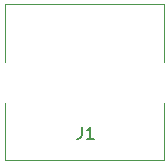
<source format=gto>
G04 #@! TF.FileFunction,Legend,Top*
%FSLAX46Y46*%
G04 Gerber Fmt 4.6, Leading zero omitted, Abs format (unit mm)*
G04 Created by KiCad (PCBNEW 4.0.7-e2-6376~58~ubuntu16.04.1) date Sat Jan 13 09:51:46 2018*
%MOMM*%
%LPD*%
G01*
G04 APERTURE LIST*
%ADD10C,0.100000*%
%ADD11C,0.120000*%
%ADD12C,0.150000*%
G04 APERTURE END LIST*
D10*
D11*
X142740000Y-83570000D02*
X142740000Y-88450000D01*
X156210000Y-83570000D02*
X156210000Y-88450000D01*
X142740000Y-96780000D02*
X156210000Y-96780000D01*
X155440000Y-83570000D02*
X156210000Y-83570000D01*
X142740000Y-83570000D02*
X155440000Y-83570000D01*
X142740000Y-91900000D02*
X142740000Y-96780000D01*
X156210000Y-91900000D02*
X156210000Y-96780000D01*
D12*
X149266667Y-93942381D02*
X149266667Y-94656667D01*
X149219047Y-94799524D01*
X149123809Y-94894762D01*
X148980952Y-94942381D01*
X148885714Y-94942381D01*
X150266667Y-94942381D02*
X149695238Y-94942381D01*
X149980952Y-94942381D02*
X149980952Y-93942381D01*
X149885714Y-94085238D01*
X149790476Y-94180476D01*
X149695238Y-94228095D01*
M02*

</source>
